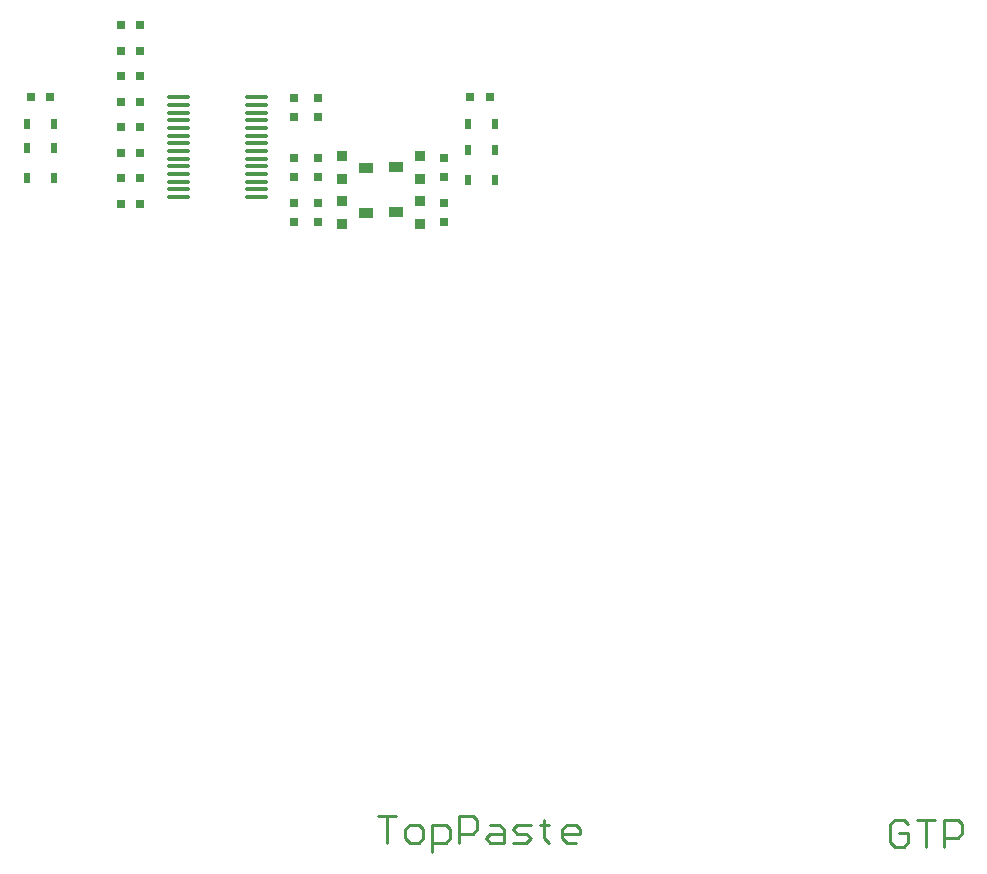
<source format=gtp>
%FSLAX44Y44*%
%MOMM*%
G71*
G01*
G75*
%ADD10O,2.0320X0.3302*%
%ADD11R,0.8000X0.8000*%
%ADD12R,0.9144X0.9144*%
%ADD13R,1.2700X0.9144*%
%ADD14R,0.5600X0.8200*%
%ADD15C,0.2540*%
%ADD16C,0.5000*%
%ADD17C,0.3000*%
%ADD18C,0.2286*%
%ADD19C,2.2000*%
%ADD20O,1.1000X1.3000*%
%ADD21C,1.3000*%
%ADD22O,2.3000X1.3000*%
%ADD23O,3.2000X1.4000*%
%ADD24C,0.9000*%
%ADD25C,1.8000*%
%ADD26O,2.0000X1.6000*%
%ADD27O,4.0000X1.6000*%
%ADD28C,0.6000*%
%ADD29C,0.2032*%
%ADD30C,0.1500*%
%ADD31C,0.5000*%
%ADD32C,0.1500*%
%ADD33C,0.1500*%
%ADD34C,0.1000*%
%ADD35C,0.1524*%
%ADD36C,0.1270*%
D10*
X2472876Y2262796D02*
D03*
Y2223796D02*
D03*
Y2243296D02*
D03*
Y2275796D02*
D03*
Y2256296D02*
D03*
Y2269296D02*
D03*
X2406996Y2191296D02*
D03*
Y2230296D02*
D03*
Y2223796D02*
D03*
X2472876Y2197796D02*
D03*
Y2204296D02*
D03*
X2406996Y2256296D02*
D03*
Y2236796D02*
D03*
Y2217296D02*
D03*
Y2210796D02*
D03*
Y2204296D02*
D03*
Y2197796D02*
D03*
X2472876Y2230296D02*
D03*
Y2236796D02*
D03*
Y2249796D02*
D03*
Y2191296D02*
D03*
Y2217296D02*
D03*
X2406996Y2275796D02*
D03*
Y2269296D02*
D03*
Y2243296D02*
D03*
Y2262796D02*
D03*
Y2249796D02*
D03*
X2472876Y2210796D02*
D03*
D11*
X2524471Y2186451D02*
D03*
Y2169951D02*
D03*
X2631151D02*
D03*
Y2186451D02*
D03*
X2357471Y2293771D02*
D03*
Y2272181D02*
D03*
Y2250591D02*
D03*
Y2336951D02*
D03*
Y2229001D02*
D03*
X2524471Y2258851D02*
D03*
X2357471Y2315361D02*
D03*
X2297771Y2275991D02*
D03*
X2653381D02*
D03*
X2357471Y2207411D02*
D03*
X2281271Y2275991D02*
D03*
X2524471Y2208051D02*
D03*
X2504151Y2224551D02*
D03*
X2357471Y2185821D02*
D03*
X2504151Y2258851D02*
D03*
Y2186451D02*
D03*
Y2208051D02*
D03*
X2373972Y2272181D02*
D03*
Y2250591D02*
D03*
X2504151Y2169951D02*
D03*
X2631151Y2224551D02*
D03*
X2669882Y2275991D02*
D03*
X2373972Y2207411D02*
D03*
Y2229001D02*
D03*
X2631151Y2208051D02*
D03*
X2373972Y2185821D02*
D03*
Y2336951D02*
D03*
X2524471Y2275351D02*
D03*
X2373972Y2315361D02*
D03*
X2524471Y2224551D02*
D03*
X2373972Y2293771D02*
D03*
X2504151Y2275351D02*
D03*
D12*
X2544791Y2187726D02*
D03*
Y2168676D02*
D03*
X2610831D02*
D03*
Y2187726D02*
D03*
X2544791Y2206776D02*
D03*
Y2225826D02*
D03*
X2610831Y2206776D02*
D03*
Y2225826D02*
D03*
D13*
X2565111Y2178074D02*
D03*
X2590511Y2178328D02*
D03*
X2565111Y2216174D02*
D03*
X2590511Y2216428D02*
D03*
D14*
X2301021Y2207411D02*
D03*
Y2232811D02*
D03*
Y2253131D02*
D03*
X2278021Y2207411D02*
D03*
Y2232811D02*
D03*
Y2253131D02*
D03*
X2674402Y2231541D02*
D03*
Y2253131D02*
D03*
X2651401D02*
D03*
Y2231541D02*
D03*
Y2206141D02*
D03*
X2674402D02*
D03*
D18*
X3024201Y1660123D02*
X3020393Y1663932D01*
X3012775D01*
X3008966Y1660123D01*
Y1644888D01*
X3012775Y1641079D01*
X3020393D01*
X3024201Y1644888D01*
Y1652506D01*
X3016584D01*
X3031819Y1663932D02*
X3047054D01*
X3039437D01*
Y1641079D01*
X3054672D02*
Y1663932D01*
X3066098D01*
X3069907Y1660123D01*
Y1652506D01*
X3066098Y1648697D01*
X3054672D01*
X2575388Y1667386D02*
X2590623D01*
X2583006D01*
Y1644534D01*
X2602050D02*
X2609667D01*
X2613476Y1648342D01*
Y1655960D01*
X2609667Y1659769D01*
X2602050D01*
X2598241Y1655960D01*
Y1648342D01*
X2602050Y1644534D01*
X2621094Y1636916D02*
Y1659769D01*
X2632520D01*
X2636329Y1655960D01*
Y1648342D01*
X2632520Y1644534D01*
X2621094D01*
X2643946D02*
Y1667386D01*
X2655373D01*
X2659181Y1663578D01*
Y1655960D01*
X2655373Y1652151D01*
X2643946D01*
X2670608Y1659769D02*
X2678225D01*
X2682034Y1655960D01*
Y1644534D01*
X2670608D01*
X2666799Y1648342D01*
X2670608Y1652151D01*
X2682034D01*
X2689651Y1644534D02*
X2701078D01*
X2704886Y1648342D01*
X2701078Y1652151D01*
X2693460D01*
X2689651Y1655960D01*
X2693460Y1659769D01*
X2704886D01*
X2716313Y1663578D02*
Y1659769D01*
X2712504D01*
X2720121D01*
X2716313D01*
Y1648342D01*
X2720121Y1644534D01*
X2742974D02*
X2735357D01*
X2731548Y1648342D01*
Y1655960D01*
X2735357Y1659769D01*
X2742974D01*
X2746783Y1655960D01*
Y1652151D01*
X2731548D01*
M02*

</source>
